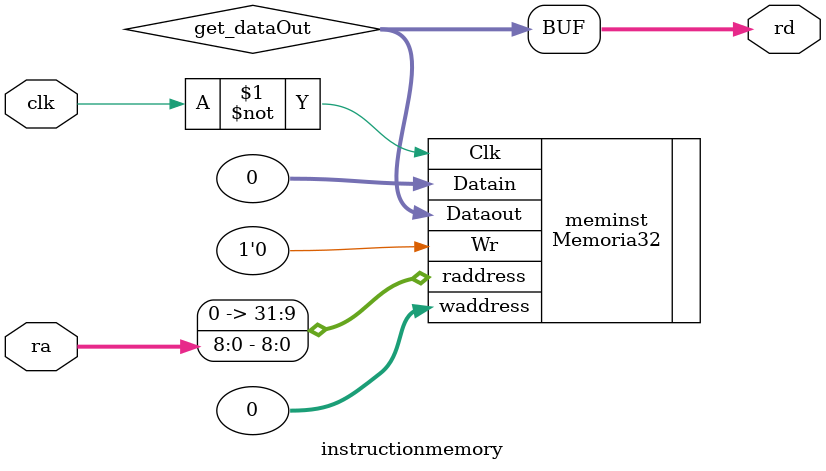
<source format=sv>

`timescale 1ns / 1ps

/*
* INSTRUCTION MEMORY INTERFACE UNIT
* Description: Receives a read address (Program Counter) and outputs the
*              32-bit instruction stored at that address. It acts as a wrapper around the
*              generic 'Memoria32 component, adapting its interface for instruction
*              fetching. It is primarily a read-only interface during CPU operation.
*/

module instructionmemory #(

    // PARAMETERS
    // INS_ADDRESS: The width of the address bus for the instruction memory.
    //              Matches the PC_W parameter from Datapath.
    parameter INS_ADDRESS = 9,

    // INS_W: The width of instructions, 32-bit for RISC-V.
    parameter INS_W = 32
) (

    // INPUTS
    // clk: The system's clock
    input logic clk,

    // ra: The read address for the instruction memory, provided by
    //     the PC
    input logic [INS_ADDRESS -1:0] ra,

    // OUTPUTS
    // rd: The 32-bit instruction read from the memory at the given address.
    output logic [INS_W -1:0] rd
);

  // A wire to capture the raw 32-bit data output from the underlying
  // Memoria32 module
  logic [INS_W-1 : 0] get_dataOut;

  // Instantiates teh generic 'Memoria32' module to serve as the instruction
  // memory.
  // - raddress: The read address from the PC (ra) is cast to 32 bits.
  // - waddress: Fixed to zero as instruction memory is not written by teh CPU
  // - Clk: Inverted System's clock
  // - Datain: Data input is unused for instruction reads.
  // - Dataout: The 32-bit instruction read from memory.
  // - Wr: Write enable is deasserted (write not used)
  Memoria32 meminst (
      .raddress(32'(ra)),
      .waddress(32'b0),  // unused
      .Clk(~clk),
      .Datain(32'b0),  // unused
      .Dataout(get_dataOut),
      .Wr(1'b0)  // unused
  );

  // The instruction read from the memory component is directly assigned to
  // the module's output
  assign rd = get_dataOut;

endmodule

</source>
